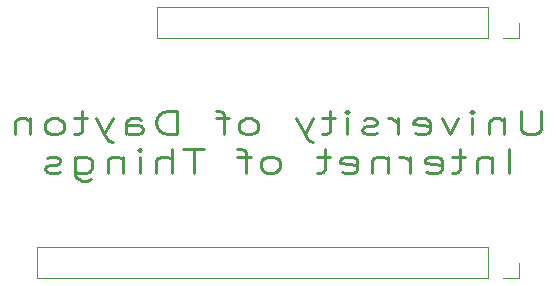
<source format=gbr>
G04 #@! TF.GenerationSoftware,KiCad,Pcbnew,5.1.5-52549c5~84~ubuntu18.04.1*
G04 #@! TF.CreationDate,2020-02-04T21:08:12-05:00*
G04 #@! TF.ProjectId,FeatherWing_KC5,46656174-6865-4725-9769-6e675f4b4335,rev?*
G04 #@! TF.SameCoordinates,Original*
G04 #@! TF.FileFunction,Legend,Bot*
G04 #@! TF.FilePolarity,Positive*
%FSLAX46Y46*%
G04 Gerber Fmt 4.6, Leading zero omitted, Abs format (unit mm)*
G04 Created by KiCad (PCBNEW 5.1.5-52549c5~84~ubuntu18.04.1) date 2020-02-04 21:08:12*
%MOMM*%
%LPD*%
G04 APERTURE LIST*
%ADD10C,0.250000*%
%ADD11C,0.120000*%
G04 APERTURE END LIST*
D10*
X73085714Y-34109761D02*
X73085714Y-35728809D01*
X72942857Y-35919285D01*
X72800000Y-36014523D01*
X72514285Y-36109761D01*
X71942857Y-36109761D01*
X71657142Y-36014523D01*
X71514285Y-35919285D01*
X71371428Y-35728809D01*
X71371428Y-34109761D01*
X69942857Y-34776428D02*
X69942857Y-36109761D01*
X69942857Y-34966904D02*
X69800000Y-34871666D01*
X69514285Y-34776428D01*
X69085714Y-34776428D01*
X68800000Y-34871666D01*
X68657142Y-35062142D01*
X68657142Y-36109761D01*
X67228571Y-36109761D02*
X67228571Y-34776428D01*
X67228571Y-34109761D02*
X67371428Y-34205000D01*
X67228571Y-34300238D01*
X67085714Y-34205000D01*
X67228571Y-34109761D01*
X67228571Y-34300238D01*
X66085714Y-34776428D02*
X65371428Y-36109761D01*
X64657142Y-34776428D01*
X62371428Y-36014523D02*
X62657142Y-36109761D01*
X63228571Y-36109761D01*
X63514285Y-36014523D01*
X63657142Y-35824047D01*
X63657142Y-35062142D01*
X63514285Y-34871666D01*
X63228571Y-34776428D01*
X62657142Y-34776428D01*
X62371428Y-34871666D01*
X62228571Y-35062142D01*
X62228571Y-35252619D01*
X63657142Y-35443095D01*
X60942857Y-36109761D02*
X60942857Y-34776428D01*
X60942857Y-35157380D02*
X60800000Y-34966904D01*
X60657142Y-34871666D01*
X60371428Y-34776428D01*
X60085714Y-34776428D01*
X59228571Y-36014523D02*
X58942857Y-36109761D01*
X58371428Y-36109761D01*
X58085714Y-36014523D01*
X57942857Y-35824047D01*
X57942857Y-35728809D01*
X58085714Y-35538333D01*
X58371428Y-35443095D01*
X58800000Y-35443095D01*
X59085714Y-35347857D01*
X59228571Y-35157380D01*
X59228571Y-35062142D01*
X59085714Y-34871666D01*
X58800000Y-34776428D01*
X58371428Y-34776428D01*
X58085714Y-34871666D01*
X56657142Y-36109761D02*
X56657142Y-34776428D01*
X56657142Y-34109761D02*
X56800000Y-34205000D01*
X56657142Y-34300238D01*
X56514285Y-34205000D01*
X56657142Y-34109761D01*
X56657142Y-34300238D01*
X55657142Y-34776428D02*
X54514285Y-34776428D01*
X55228571Y-34109761D02*
X55228571Y-35824047D01*
X55085714Y-36014523D01*
X54800000Y-36109761D01*
X54514285Y-36109761D01*
X53800000Y-34776428D02*
X53085714Y-36109761D01*
X52371428Y-34776428D02*
X53085714Y-36109761D01*
X53371428Y-36585952D01*
X53514285Y-36681190D01*
X53800000Y-36776428D01*
X48514285Y-36109761D02*
X48800000Y-36014523D01*
X48942857Y-35919285D01*
X49085714Y-35728809D01*
X49085714Y-35157380D01*
X48942857Y-34966904D01*
X48800000Y-34871666D01*
X48514285Y-34776428D01*
X48085714Y-34776428D01*
X47800000Y-34871666D01*
X47657142Y-34966904D01*
X47514285Y-35157380D01*
X47514285Y-35728809D01*
X47657142Y-35919285D01*
X47800000Y-36014523D01*
X48085714Y-36109761D01*
X48514285Y-36109761D01*
X46657142Y-34776428D02*
X45514285Y-34776428D01*
X46228571Y-36109761D02*
X46228571Y-34395476D01*
X46085714Y-34205000D01*
X45800000Y-34109761D01*
X45514285Y-34109761D01*
X42228571Y-36109761D02*
X42228571Y-34109761D01*
X41514285Y-34109761D01*
X41085714Y-34205000D01*
X40800000Y-34395476D01*
X40657142Y-34585952D01*
X40514285Y-34966904D01*
X40514285Y-35252619D01*
X40657142Y-35633571D01*
X40800000Y-35824047D01*
X41085714Y-36014523D01*
X41514285Y-36109761D01*
X42228571Y-36109761D01*
X37942857Y-36109761D02*
X37942857Y-35062142D01*
X38085714Y-34871666D01*
X38371428Y-34776428D01*
X38942857Y-34776428D01*
X39228571Y-34871666D01*
X37942857Y-36014523D02*
X38228571Y-36109761D01*
X38942857Y-36109761D01*
X39228571Y-36014523D01*
X39371428Y-35824047D01*
X39371428Y-35633571D01*
X39228571Y-35443095D01*
X38942857Y-35347857D01*
X38228571Y-35347857D01*
X37942857Y-35252619D01*
X36800000Y-34776428D02*
X36085714Y-36109761D01*
X35371428Y-34776428D02*
X36085714Y-36109761D01*
X36371428Y-36585952D01*
X36514285Y-36681190D01*
X36800000Y-36776428D01*
X34657142Y-34776428D02*
X33514285Y-34776428D01*
X34228571Y-34109761D02*
X34228571Y-35824047D01*
X34085714Y-36014523D01*
X33800000Y-36109761D01*
X33514285Y-36109761D01*
X32085714Y-36109761D02*
X32371428Y-36014523D01*
X32514285Y-35919285D01*
X32657142Y-35728809D01*
X32657142Y-35157380D01*
X32514285Y-34966904D01*
X32371428Y-34871666D01*
X32085714Y-34776428D01*
X31657142Y-34776428D01*
X31371428Y-34871666D01*
X31228571Y-34966904D01*
X31085714Y-35157380D01*
X31085714Y-35728809D01*
X31228571Y-35919285D01*
X31371428Y-36014523D01*
X31657142Y-36109761D01*
X32085714Y-36109761D01*
X29800000Y-34776428D02*
X29800000Y-36109761D01*
X29800000Y-34966904D02*
X29657142Y-34871666D01*
X29371428Y-34776428D01*
X28942857Y-34776428D01*
X28657142Y-34871666D01*
X28514285Y-35062142D01*
X28514285Y-36109761D01*
X70371428Y-39359761D02*
X70371428Y-37359761D01*
X68942857Y-38026428D02*
X68942857Y-39359761D01*
X68942857Y-38216904D02*
X68800000Y-38121666D01*
X68514285Y-38026428D01*
X68085714Y-38026428D01*
X67800000Y-38121666D01*
X67657142Y-38312142D01*
X67657142Y-39359761D01*
X66657142Y-38026428D02*
X65514285Y-38026428D01*
X66228571Y-37359761D02*
X66228571Y-39074047D01*
X66085714Y-39264523D01*
X65800000Y-39359761D01*
X65514285Y-39359761D01*
X63371428Y-39264523D02*
X63657142Y-39359761D01*
X64228571Y-39359761D01*
X64514285Y-39264523D01*
X64657142Y-39074047D01*
X64657142Y-38312142D01*
X64514285Y-38121666D01*
X64228571Y-38026428D01*
X63657142Y-38026428D01*
X63371428Y-38121666D01*
X63228571Y-38312142D01*
X63228571Y-38502619D01*
X64657142Y-38693095D01*
X61942857Y-39359761D02*
X61942857Y-38026428D01*
X61942857Y-38407380D02*
X61800000Y-38216904D01*
X61657142Y-38121666D01*
X61371428Y-38026428D01*
X61085714Y-38026428D01*
X60085714Y-38026428D02*
X60085714Y-39359761D01*
X60085714Y-38216904D02*
X59942857Y-38121666D01*
X59657142Y-38026428D01*
X59228571Y-38026428D01*
X58942857Y-38121666D01*
X58800000Y-38312142D01*
X58800000Y-39359761D01*
X56228571Y-39264523D02*
X56514285Y-39359761D01*
X57085714Y-39359761D01*
X57371428Y-39264523D01*
X57514285Y-39074047D01*
X57514285Y-38312142D01*
X57371428Y-38121666D01*
X57085714Y-38026428D01*
X56514285Y-38026428D01*
X56228571Y-38121666D01*
X56085714Y-38312142D01*
X56085714Y-38502619D01*
X57514285Y-38693095D01*
X55228571Y-38026428D02*
X54085714Y-38026428D01*
X54800000Y-37359761D02*
X54800000Y-39074047D01*
X54657142Y-39264523D01*
X54371428Y-39359761D01*
X54085714Y-39359761D01*
X50371428Y-39359761D02*
X50657142Y-39264523D01*
X50800000Y-39169285D01*
X50942857Y-38978809D01*
X50942857Y-38407380D01*
X50800000Y-38216904D01*
X50657142Y-38121666D01*
X50371428Y-38026428D01*
X49942857Y-38026428D01*
X49657142Y-38121666D01*
X49514285Y-38216904D01*
X49371428Y-38407380D01*
X49371428Y-38978809D01*
X49514285Y-39169285D01*
X49657142Y-39264523D01*
X49942857Y-39359761D01*
X50371428Y-39359761D01*
X48514285Y-38026428D02*
X47371428Y-38026428D01*
X48085714Y-39359761D02*
X48085714Y-37645476D01*
X47942857Y-37455000D01*
X47657142Y-37359761D01*
X47371428Y-37359761D01*
X44514285Y-37359761D02*
X42800000Y-37359761D01*
X43657142Y-39359761D02*
X43657142Y-37359761D01*
X41800000Y-39359761D02*
X41800000Y-37359761D01*
X40514285Y-39359761D02*
X40514285Y-38312142D01*
X40657142Y-38121666D01*
X40942857Y-38026428D01*
X41371428Y-38026428D01*
X41657142Y-38121666D01*
X41800000Y-38216904D01*
X39085714Y-39359761D02*
X39085714Y-38026428D01*
X39085714Y-37359761D02*
X39228571Y-37455000D01*
X39085714Y-37550238D01*
X38942857Y-37455000D01*
X39085714Y-37359761D01*
X39085714Y-37550238D01*
X37657142Y-38026428D02*
X37657142Y-39359761D01*
X37657142Y-38216904D02*
X37514285Y-38121666D01*
X37228571Y-38026428D01*
X36800000Y-38026428D01*
X36514285Y-38121666D01*
X36371428Y-38312142D01*
X36371428Y-39359761D01*
X33657142Y-38026428D02*
X33657142Y-39645476D01*
X33800000Y-39835952D01*
X33942857Y-39931190D01*
X34228571Y-40026428D01*
X34657142Y-40026428D01*
X34942857Y-39931190D01*
X33657142Y-39264523D02*
X33942857Y-39359761D01*
X34514285Y-39359761D01*
X34800000Y-39264523D01*
X34942857Y-39169285D01*
X35085714Y-38978809D01*
X35085714Y-38407380D01*
X34942857Y-38216904D01*
X34800000Y-38121666D01*
X34514285Y-38026428D01*
X33942857Y-38026428D01*
X33657142Y-38121666D01*
X32371428Y-39264523D02*
X32085714Y-39359761D01*
X31514285Y-39359761D01*
X31228571Y-39264523D01*
X31085714Y-39074047D01*
X31085714Y-38978809D01*
X31228571Y-38788333D01*
X31514285Y-38693095D01*
X31942857Y-38693095D01*
X32228571Y-38597857D01*
X32371428Y-38407380D01*
X32371428Y-38312142D01*
X32228571Y-38121666D01*
X31942857Y-38026428D01*
X31514285Y-38026428D01*
X31228571Y-38121666D01*
D11*
X71180000Y-48320000D02*
X71180000Y-46990000D01*
X69850000Y-48320000D02*
X71180000Y-48320000D01*
X68580000Y-48320000D02*
X68580000Y-45660000D01*
X68580000Y-45660000D02*
X30420000Y-45660000D01*
X68580000Y-48320000D02*
X30420000Y-48320000D01*
X30420000Y-48320000D02*
X30420000Y-45660000D01*
X71180000Y-28000000D02*
X71180000Y-26670000D01*
X69850000Y-28000000D02*
X71180000Y-28000000D01*
X68580000Y-28000000D02*
X68580000Y-25340000D01*
X68580000Y-25340000D02*
X40580000Y-25340000D01*
X68580000Y-28000000D02*
X40580000Y-28000000D01*
X40580000Y-28000000D02*
X40580000Y-25340000D01*
M02*

</source>
